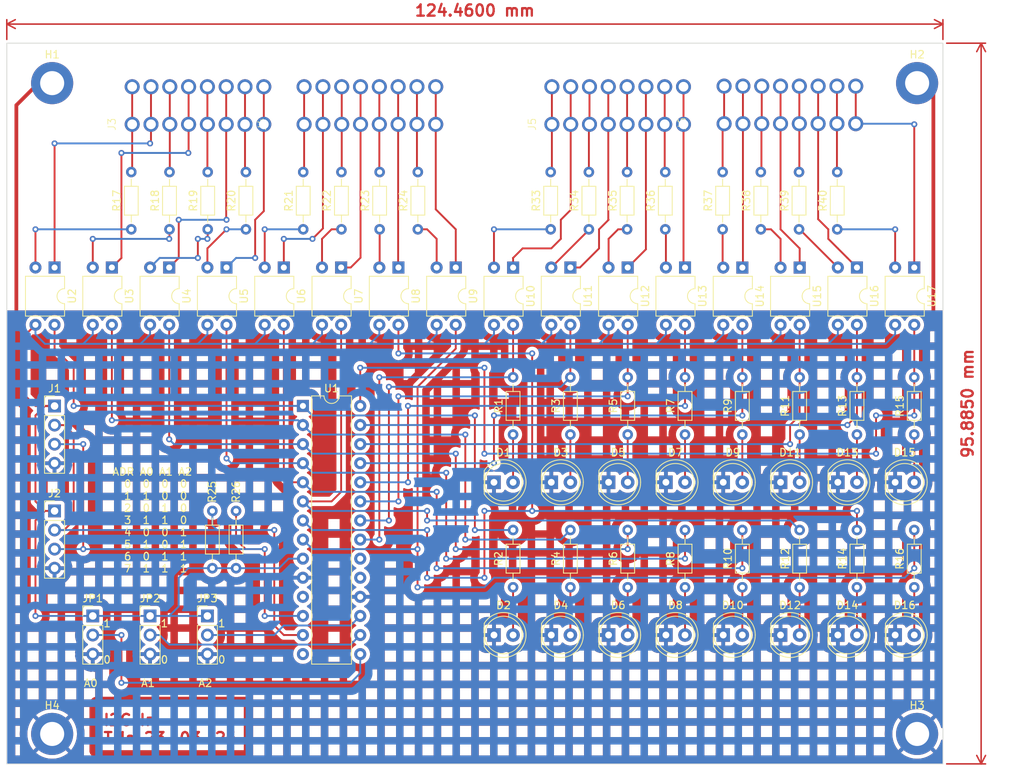
<source format=kicad_pcb>
(kicad_pcb (version 20221018) (generator pcbnew)
  (layers (0 "F.Cu" signal) (31 "B.Cu" signal) (34 "B.Paste" user) (35 "F.Paste" user) (36 "B.SilkS" user "B.Silkscreen") (37 "F.SilkS" user "F.Silkscreen") (38 "B.Mask" user) (39 "F.Mask" user) (44 "Edge.Cuts" user))
  (net 0 "")
  (net 1 "GND")
  (net 2 "Net-(D1-A)")
  (net 3 "Net-(D2-A)")
  (net 4 "Net-(D3-A)")
  (net 5 "Net-(D4-A)")
  (net 6 "Net-(D5-A)")
  (net 7 "Net-(D6-A)")
  (net 8 "Net-(D7-A)")
  (net 9 "Net-(D8-A)")
  (net 10 "Net-(D9-A)")
  (net 11 "Net-(D10-A)")
  (net 12 "Net-(D11-A)")
  (net 13 "Net-(D12-A)")
  (net 14 "Net-(D13-A)")
  (net 15 "Net-(D14-A)")
  (net 16 "Net-(D15-A)")
  (net 17 "Net-(D16-A)")
  (net 18 "+5V")
  (net 19 "Net-(J1-Pin_2)")
  (net 20 "Net-(J1-Pin_3)")
  (net 21 "Net-(J3-io-Pad1)")
  (net 22 "Net-(J3-io-Pad2)")
  (net 23 "Net-(J3-io-Pad3)")
  (net 24 "Net-(J3-io-Pad4)")
  (net 25 "Net-(J3-io-Pad5)")
  (net 26 "Net-(J3-io-Pad6)")
  (net 27 "Net-(J3-io-Pad7)")
  (net 28 "Net-(J3-io-Pad8)")
  (net 29 "Net-(J4-io-Pad1)")
  (net 30 "Net-(J4-io-Pad2)")
  (net 31 "Net-(J4-io-Pad3)")
  (net 32 "Net-(J4-io-Pad4)")
  (net 33 "Net-(J4-io-Pad5)")
  (net 34 "Net-(J4-io-Pad6)")
  (net 35 "Net-(J4-io-Pad7)")
  (net 36 "Net-(J4-io-Pad8)")
  (net 37 "Net-(J5-io-Pad1)")
  (net 38 "Net-(J5-io-Pad2)")
  (net 39 "Net-(J5-io-Pad3)")
  (net 40 "Net-(J5-io-Pad4)")
  (net 41 "Net-(J5-io-Pad5)")
  (net 42 "Net-(J5-io-Pad6)")
  (net 43 "Net-(J5-io-Pad7)")
  (net 44 "Net-(J5-io-Pad8)")
  (net 45 "Net-(J6-io-Pad1)")
  (net 46 "Net-(J6-io-Pad2)")
  (net 47 "Net-(J6-io-Pad3)")
  (net 48 "Net-(J6-io-Pad4)")
  (net 49 "Net-(J6-io-Pad5)")
  (net 50 "Net-(J6-io-Pad6)")
  (net 51 "Net-(J6-io-Pad7)")
  (net 52 "Net-(J6-io-Pad8)")
  (net 53 "/AD0")
  (net 54 "/AD1")
  (net 55 "/AD2")
  (net 56 "/b0")
  (net 57 "/b1")
  (net 58 "/b2")
  (net 59 "/b3")
  (net 60 "/b4")
  (net 61 "/b5")
  (net 62 "/b6")
  (net 63 "/b7")
  (net 64 "/a0")
  (net 65 "/a1")
  (net 66 "/a2")
  (net 67 "/a3")
  (net 68 "/a4")
  (net 69 "/a5")
  (net 70 "/a6")
  (net 71 "/a7")
  (net 72 "Net-(R34-Pad1)")
  (net 73 "Net-(R36-Pad1)")
  (net 74 "Net-(R38-Pad1)")
  (net 75 "Net-(R40-Pad1)")
  (net 76 "Net-(R17-Pad1)")
  (net 77 "Net-(R18-Pad1)")
  (net 78 "Net-(R19-Pad1)")
  (net 79 "Net-(R20-Pad1)")
  (net 80 "Net-(R21-Pad1)")
  (net 81 "Net-(R22-Pad1)")
  (net 82 "Net-(R23-Pad1)")
  (net 83 "Net-(R24-Pad1)")
  (net 84 "Net-(R33-Pad1)")
  (net 85 "Net-(R35-Pad1)")
  (net 86 "Net-(R37-Pad1)")
  (net 87 "Net-(R39-Pad1)")
  (footprint "Package_DIP:DIP-4_W7.62mm" (layer "F.Cu") (at 43.18 49.53 -90)
    (fp_text reference "U5")
    (fp_text value "LTV-817")
  )
  (footprint "Resistor_THT:R_Axial_DIN0204_L3.6mm_D1.6mm_P7.62mm_Horizontal" (layer "F.Cu") (at 91.36 44.45 90)
    (fp_text reference "R34")
    (fp_text value "1200R")
  )
  (footprint "Connector_PinHeader_2.54mm:PinHeader_1x04_P2.54mm_Vertical" (layer "F.Cu") (at 20.32 81.915)
    (fp_text reference "J2")
    (fp_text value "Conn_01x04_Pin")
  )
  (footprint "LED_THT:LED_D5.0mm" (layer "F.Cu") (at 93.98 98.425)
    (fp_text reference "D6")
    (fp_text value "LED")
  )
  (footprint "Resistor_THT:R_Axial_DIN0204_L3.6mm_D1.6mm_P7.62mm_Horizontal" (layer "F.Cu") (at 41.3 89.535 90)
    (fp_text reference "R25")
    (fp_text value "4k7")
  )
  (footprint "Resistor_THT:R_Axial_DIN0204_L3.6mm_D1.6mm_P7.62mm_Horizontal" (layer "F.Cu") (at 104.14 71.755 90)
    (fp_text reference "R7")
    (fp_text value "330R")
  )
  (footprint "Resistor_THT:R_Axial_DIN0204_L3.6mm_D1.6mm_P7.62mm_Horizontal" (layer "F.Cu") (at 109.14 44.45 90)
    (fp_text reference "R37")
    (fp_text value "1200R")
  )
  (footprint "Resistor_THT:R_Axial_DIN0204_L3.6mm_D1.6mm_P7.62mm_Horizontal" (layer "F.Cu") (at 96.52 92.075 90)
    (fp_text reference "R6")
    (fp_text value "330R")
  )
  (footprint "Package_DIP:DIP-4_W7.62mm" (layer "F.Cu") (at 119.385 49.54 -90)
    (fp_text reference "U15")
    (fp_text value "LTV-817")
  )
  (footprint "Resistor_THT:R_Axial_DIN0204_L3.6mm_D1.6mm_P7.62mm_Horizontal" (layer "F.Cu") (at 134.62 92.075 90)
    (fp_text reference "R16")
    (fp_text value "330R")
  )
  (footprint "Package_DIP:DIP-4_W7.62mm" (layer "F.Cu") (at 96.52 49.53 -90)
    (fp_text reference "U12")
    (fp_text value "LTV-817")
  )
  (footprint "Resistor_THT:R_Axial_DIN0204_L3.6mm_D1.6mm_P7.62mm_Horizontal" (layer "F.Cu") (at 45.76 44.45 90)
    (fp_text reference "R20")
    (fp_text value "1200R")
  )
  (footprint "Resistor_THT:R_Axial_DIN0204_L3.6mm_D1.6mm_P7.62mm_Horizontal" (layer "F.Cu") (at 101.52 44.45 90)
    (fp_text reference "R36")
    (fp_text value "1200R")
  )
  (footprint "Resistor_THT:R_Axial_DIN0204_L3.6mm_D1.6mm_P7.62mm_Horizontal" (layer "F.Cu") (at 68.62 44.45 90)
    (fp_text reference "R24")
    (fp_text value "1200R")
  )
  (footprint "Resistor_THT:R_Axial_DIN0204_L3.6mm_D1.6mm_P7.62mm_Horizontal" (layer "F.Cu") (at 111.76 71.755 90)
    (fp_text reference "R9")
    (fp_text value "330R")
  )
  (footprint "Package_DIP:DIP-28_W7.62mm" (layer "F.Cu") (at 53.34 67.945)
    (fp_text reference "U1")
    (fp_text value "MCP23017_SP")
  )
  (footprint "MountingHole:MountingHole_3.2mm_M3_DIN965_Pad_TopBottom" (layer "F.Cu") (at 135 25)
    (fp_text reference "H2")
    (fp_text value "MountingHole_Pad")
  )
  (footprint "Resistor_THT:R_Axial_DIN0204_L3.6mm_D1.6mm_P7.62mm_Horizontal" (layer "F.Cu") (at 119.3 44.45 90)
    (fp_text reference "R39")
    (fp_text value "1200R")
  )
  (footprint "Resistor_THT:R_Axial_DIN0204_L3.6mm_D1.6mm_P7.62mm_Horizontal" (layer "F.Cu") (at 88.9 92.075 90)
    (fp_text reference "R4")
    (fp_text value "330R")
  )
  (footprint "LED_THT:LED_D5.0mm" (layer "F.Cu") (at 109.22 98.425)
    (fp_text reference "D10")
    (fp_text value "LED")
  )
  (footprint "LED_THT:LED_D5.0mm" (layer "F.Cu") (at 101.6 98.425)
    (fp_text reference "D8")
    (fp_text value "LED")
  )
  (footprint "Package_DIP:DIP-4_W7.62mm" (layer "F.Cu") (at 81.285 49.54 -90)
    (fp_text reference "U10")
    (fp_text value "LTV-817")
  )
  (footprint "LED_THT:LED_D5.0mm" (layer "F.Cu") (at 86.36 78.105)
    (fp_text reference "D3")
    (fp_text value "LED")
  )
  (footprint "parts_tma_1:AST041-08" (layer "F.Cu") (at 86.44 30.48 90)
    (fp_text reference "J5")
    (fp_text value "~")
  )
  (footprint "Connector_PinHeader_2.54mm:PinHeader_1x03_P2.54mm_Vertical" (layer "F.Cu") (at 33.02 95.885)
    (fp_text reference "JP2")
    (fp_text value "Jumper_3_Open")
  )
  (footprint "Resistor_THT:R_Axial_DIN0204_L3.6mm_D1.6mm_P7.62mm_Horizontal" (layer "F.Cu") (at 111.76 92.075 90)
    (fp_text reference "R10")
    (fp_text value "330R")
  )
  (footprint "Resistor_THT:R_Axial_DIN0204_L3.6mm_D1.6mm_P7.62mm_Horizontal" (layer "F.Cu") (at 119.38 92.075 90)
    (fp_text reference "R12")
    (fp_text value "330R")
  )
  (footprint "Resistor_THT:R_Axial_DIN0204_L3.6mm_D1.6mm_P7.62mm_Horizontal" (layer "F.Cu") (at 30.52 44.45 90)
    (fp_text reference "R17")
    (fp_text value "1200R")
  )
  (footprint "Resistor_THT:R_Axial_DIN0204_L3.6mm_D1.6mm_P7.62mm_Horizontal" (layer "F.Cu") (at 88.9 71.755 90)
    (fp_text reference "R3")
    (fp_text value "330R")
  )
  (footprint "Resistor_THT:R_Axial_DIN0204_L3.6mm_D1.6mm_P7.62mm_Horizontal" (layer "F.Cu") (at 124.38 44.45 90)
    (fp_text reference "R40")
    (fp_text value "1200R")
  )
  (footprint "LED_THT:LED_D5.0mm" (layer "F.Cu") (at 101.6 78.105)
    (fp_text reference "D7")
    (fp_text value "LED")
  )
  (footprint "LED_THT:LED_D5.0mm" (layer "F.Cu") (at 116.84 78.105)
    (fp_text reference "D11")
    (fp_text value "LED")
  )
  (footprint "parts_tma_1:AST041-08" (layer "F.Cu") (at 30.64 30.48 90)
    (fp_text reference "J3")
    (fp_text value "~")
  )
  (footprint "Package_DIP:DIP-4_W7.62mm" (layer "F.Cu") (at 134.62 49.53 -90)
    (fp_text reference "U17")
    (fp_text value "LTV-817")
  )
  (footprint "Connector_PinHeader_2.54mm:PinHeader_1x04_P2.54mm_Vertical" (layer "F.Cu") (at 20.32 67.955)
    (fp_text reference "J1")
    (fp_text value "Conn_01x04_Pin")
  )
  (footprint "Resistor_THT:R_Axial_DIN0204_L3.6mm_D1.6mm_P7.62mm_Horizontal" (layer "F.Cu") (at 134.62 71.755 90)
    (fp_text reference "R15")
    (fp_text value "330R")
  )
  (footprint "Resistor_THT:R_Axial_DIN0204_L3.6mm_D1.6mm_P7.62mm_Horizontal" (layer "F.Cu") (at 53.38 44.45 90)
    (fp_text reference "R21")
    (fp_text value "1200R")
  )
  (footprint "Package_DIP:DIP-4_W7.62mm" (layer "F.Cu") (at 20.32 49.53 -90)
    (fp_text reference "U2")
    (fp_text value "LTV-817")
  )
  (footprint "LED_THT:LED_D5.0mm" (layer "F.Cu") (at 132.08 78.105)
    (fp_text reference "D15")
    (fp_text value "LED")
  )
  (footprint "LED_THT:LED_D5.0mm" (layer "F.Cu") (at 86.36 98.425)
    (fp_text reference "D4")
    (fp_text value "LED")
  )
  (footprint "Resistor_THT:R_Axial_DIN0204_L3.6mm_D1.6mm_P7.62mm_Horizontal" (layer "F.Cu") (at 86.28 44.45 90)
    (fp_text reference "R33")
    (fp_text value "1200R")
  )
  (footprint "Resistor_THT:R_Axial_DIN0204_L3.6mm_D1.6mm_P7.62mm_Horizontal" (layer "F.Cu") (at 40.68 44.45 90)
    (fp_text reference "R19")
    (fp_text value "1200R")
  )
  (footprint "Package_DIP:DIP-4_W7.62mm" (layer "F.Cu") (at 35.56 49.53 -90)
    (fp_text reference "U4")
    (fp_text value "LTV-817")
  )
  (footprint "Resistor_THT:R_Axial_DIN0204_L3.6mm_D1.6mm_P7.62mm_Horizontal" (layer "F.Cu") (at 96.44 44.45 90)
    (fp_text reference "R35")
    (fp_text value "1200R")
  )
  (footprint "LED_THT:LED_D5.0mm" (layer "F.Cu") (at 78.74 78.105)
    (fp_text reference "D1")
    (fp_text value "LED")
  )
  (footprint "LED_THT:LED_D5.0mm" (layer "F.Cu") (at 132.08 98.425)
    (fp_text reference "D16")
    (fp_text value "LED")
  )
  (footprint "Package_DIP:DIP-4_W7.62mm" (layer "F.Cu") (at 58.42 49.53 -90)
    (fp_text reference "U7")
    (fp_text value "LTV-817")
  )
  (footprint "Resistor_THT:R_Axial_DIN0204_L3.6mm_D1.6mm_P7.62mm_Horizontal" (layer "F.Cu") (at 96.52 71.755 90)
    (fp_text reference "R5")
    (fp_text value "330R")
  )
  (footprint "LED_THT:LED_D5.0mm" (layer "F.Cu") (at 124.46 98.425)
    (fp_text reference "D14")
    (fp_text value "LED")
  )
  (footprint "Resistor_THT:R_Axial_DIN0204_L3.6mm_D1.6mm_P7.62mm_Horizontal" (layer "F.Cu") (at 127 71.755 90)
    (fp_text reference "R13")
    (fp_text value "330R")
  )
  (footprint "Resistor_THT:R_Axial_DIN0204_L3.6mm_D1.6mm_P7.62mm_Horizontal" (layer "F.Cu") (at 114.22 44.45 90)
    (fp_text reference "R38")
    (fp_text value "1200R")
  )
  (footprint "LED_THT:LED_D5.0mm" (layer "F.Cu") (at 78.74 98.425)
    (fp_text reference "D2")
    (fp_text value "LED")
  )
  (footprint "parts_tma_1:AST041-08" (layer "F.Cu") (at 109.34 30.4 90)
    (fp_text reference "J6")
    (fp_text value "~")
  )
  (footprint "Resistor_THT:R_Axial_DIN0204_L3.6mm_D1.6mm_P7.62mm_Horizontal" (layer "F.Cu") (at 81.28 92.075 90)
    (fp_text reference "R2")
    (fp_text value "330R")
  )
  (footprint "Resistor_THT:R_Axial_DIN0204_L3.6mm_D1.6mm_P7.62mm_Horizontal" (layer "F.Cu") (at 35.6 44.45 90)
    (fp_text reference "R18")
    (fp_text value "1200R")
  )
  (footprint "Package_DIP:DIP-4_W7.62mm" (layer "F.Cu") (at 73.66 49.53 -90)
    (fp_text reference "U9")
    (fp_text value "LTV-817")
  )
  (footprint "MountingHole:MountingHole_3.2mm_M3_DIN965_Pad_TopBottom" (layer "F.Cu") (at 20 25)
    (fp_text reference "H1")
    (fp_text value "MountingHole_Pad")
  )
  (footprint "Resistor_THT:R_Axial_DIN0204_L3.6mm_D1.6mm_P7.62mm_Horizontal" (layer "F.Cu") (at 119.38 71.755 90)
    (fp_text reference "R11")
    (fp_text value "330R")
  )
  (footprint "Resistor_THT:R_Axial_DIN0204_L3.6mm_D1.6mm_P7.62mm_Horizontal" (layer "F.Cu") (at 127 92.075 90)
    (fp_text reference "R14")
    (fp_text value "330R")
  )
  (footprint "MountingHole:MountingHole_3.2mm_M3_DIN965_Pad_TopBottom" (layer "F.Cu") (at 20 111.585)
    (fp_text reference "H4")
    (fp_text value "MountingHole_Pad")
  )
  (footprint "parts_tma_1:AST041-08" (layer "F.Cu") (at 53.5 30.48 90)
    (fp_text reference "J4")
    (fp_text value "~")
  )
  (footprint "Package_DIP:DIP-4_W7.62mm" (layer "F.Cu") (at 127 49.53 -90)
    (fp_text reference "U16")
    (fp_text value "LTV-817")
  )
  (footprint "Package_DIP:DIP-4_W7.62mm" (layer "F.Cu") (at 27.94 49.53 -90)
    (fp_text reference "U3")
    (fp_text value "LTV-817")
  )
  (footprint "Resistor_THT:R_Axial_DIN0204_L3.6mm_D1.6mm_P7.62mm_Horizontal" (layer "F.Cu") (at 104.14 92.075 90)
    (fp_text reference "R8")
    (fp_text value "330R")
  )
  (footprint "MountingHole:MountingHole_3.2mm_M3_DIN965_Pad_TopBottom" (layer "F.Cu") (at 135 111.585)
    (fp_text reference "H3")
    (fp_text value "MountingHole_Pad")
  )
  (footprint "Resistor_THT:R_Axial_DIN0204_L3.6mm_D1.6mm_P7.62mm_Horizontal" (layer "F.Cu") (at 81.28 71.755 90)
    (fp_text reference "R1")
    (fp_text value "330R")
  )
  (footprint "Connector_PinHeader_2.54mm:PinHeader_1x03_P2.54mm_Vertical" (layer "F.Cu") (at 25.4 95.885)
    (fp_text reference "JP1")
    (fp_text value "Jumper_3_Open")
  )
  (footprint "Connector_PinHeader_2.54mm:PinHeader_1x03_P2.54mm_Vertical" (layer "F.Cu") (at 40.64 95.885)
    (fp_text reference "JP3")
    (fp_text value "Jumper_3_Open")
  )
  (footprint "Package_DIP:DIP-4_W7.62mm" (layer "F.Cu") (at 50.8 49.53 -90)
    (fp_text reference "U6")
    (fp_text value "LTV-817")
  )
  (footprint "Package_DIP:DIP-4_W7.62mm" (layer "F.Cu") (at 88.9 49.53 -90)
    (fp_text reference "U11")
    (fp_text value "LTV-817")
  )
  (footprint "Resistor_THT:R_Axial_DIN0204_L3.6mm_D1.6mm_P7.62mm_Horizontal" (layer "F.Cu") (at 44.45 89.535 90)
    (fp_text reference "R26")
    (fp_text value "4k7")
  )
  (footprint "Package_DIP:DIP-4_W7.62mm" (layer "F.Cu") (at 104.14 49.53 -90)
    (fp_text reference "U13")
    (fp_text value "LTV-817")
  )
  (footprint "LED_THT:LED_D5.0mm" (layer "F.Cu") (at 116.84 98.425)
    (fp_text reference "D12")
    (fp_text value "LED")
  )
  (footprint "Package_DIP:DIP-4_W7.62mm" (layer "F.Cu") (at 111.765 49.54 -90)
    (fp_text reference "U14")
    (fp_text value "LTV-817")
  )
  (footprint "LED_THT:LED_D5.0mm" (layer "F.Cu") (at 109.22 78.105)
    (fp_text reference "D9")
    (fp_text value "LED")
  )
  (footprint "Resistor_THT:R_Axial_DIN0204_L3.6mm_D1.6mm_P7.62mm_Horizontal" (layer "F.Cu") (at 58.46 44.45 90)
    (fp_text reference "R22")
    (fp_text value "1200R")
  )
  (footprint "Resistor_THT:R_Axial_DIN0204_L3.6mm_D1.6mm_P7.62mm_Horizontal" (layer "F.Cu") (at 63.54 44.45 90)
    (fp_text reference "R23")
    (fp_text value "1200R")
  )
  (footprint "LED_THT:LED_D5.0mm" (layer "F.Cu") (at 93.98 78.105)
    (fp_text reference "D5")
    (fp_text value "LED")
  )
  (footprint "LED_THT:LED_D5.0mm" (layer "F.Cu") (at 124.46 78.105)
    (fp_text reference "D13")
    (fp_text value "LED")
  )
  (footprint "Package_DIP:DIP-4_W7.62mm" (layer "F.Cu") (at 66.04 49.53 -90)
    (fp_text reference "U8")
    (fp_text value "LTV-817")
  )
  (gr_rect (start 13.97 19.685) (end 138.43 115.57) (stroke (width 0.1)) (fill none) (layer "Edge.Cuts"))
  (gr_text "I2C In\nTMa 23-03-26" (at 26.67 113.03) (layer "F.Cu") (effects (font (size 1.5 1.5) (thickness 0.3) bold) (justify left bottom)))
  (gr_text "A0" (at 24.13 105.41) (layer "F.SilkS") (effects (font (size 1 1)) (justify left bottom)))
  (gr_text "1\n\n\n0" (at 26.73 102.295) (layer "F.SilkS") (effects (font (size 1 1)) (justify left bottom)))
  (gr_text "1\n\n\n0" (at 34.35 102.295) (layer "F.SilkS") (effects (font (size 1 1)) (justify left bottom)))
  (gr_text "A1" (at 31.75 105.41) (layer "F.SilkS") (effects (font (size 1 1)) (justify left bottom)))
  (gr_text "1\n\n\n0" (at 41.97 102.295) (layer "F.SilkS") (effects (font (size 1 1)) (justify left bottom)))
  (gr_text "ADR A0 A1 A2\n  0  0  0  0\n  1  1  0  0\n  2  0  1  0\n  3  1  1  0\n  4  0  0  1\n  5  1  0  1\n  6  0  1  1\n  7  1  1  1" (at 27.94 90.17) (layer "F.SilkS") (effects (font (size 1 1)) (justify left bottom)))
  (gr_text "A2" (at 39.37 105.41) (layer "F.SilkS") (effects (font (size 1 1)) (justify left bottom)))
  (dimension (type orthogonal) (layer "F.Cu") (pts (xy 138.43 19.685) (xy 138.43 115.57)) (height 5.08) (orientation 1) (gr_text "95,8850 mm" (at 141.71 67.6275 90) (layer "F.Cu") (effects (font (size 1.5 1.5) (thickness 0.3)))) (format (prefix "") (suffix "") (units 3) (units_format 1) (precision 4)) (style (thickness 0.2) (arrow_length 1.27) (text_position_mode 0) (extension_height 0.58642) (extension_offset 0.5) keep_text_aligned))
  (dimension (type orthogonal) (layer "F.Cu") (pts (xy 13.97 19.685) (xy 138.43 19.685)) (height -2.54) (orientation 0) (gr_text "124,4600 mm" (at 76.2 15.345) (layer "F.Cu") (effects (font (size 1.5 1.5) (thickness 0.3)))) (format (prefix "") (suffix "") (units 3) (units_format 1) (precision 4)) (style (thickness 0.2) (arrow_length 1.27) (text_position_mode 0) (extension_height 0.58642) (extension_offset 0.5) keep_text_aligned))
  (segment (start 20 25) (end 18.18 25) (width 0.5) (layer "F.Cu") (net 1))
  (segment (start 137.16 25.4) (end 137.16 55.88) (width 0.5) (layer "F.Cu") (net 1))
  (segment (start 15.24 27.94) (end 15.24 55.88) (width 0.5) (layer "F.Cu") (net 1))
  (segment (start 135 25) (end 136.76 25) (width 0.5) (layer "F.Cu") (net 1))
  (segment (start 18.18 25) (end 15.24 27.94) (width 0.5) (layer "F.Cu") (net 1))
  (segment (start 136.76 25) (end 137.16 25.4) (width 0.5) (layer "F.Cu") (net 1))
  (segment (start 81.28 71.755) (end 81.28 78.105) (width 0.25) (layer "F.Cu") (net 2))
  (segment (start 81.28 92.075) (end 81.28 98.425) (width 0.25) (layer "F.Cu") (net 3))
  (segment (start 88.9 71.755) (end 88.9 78.105) (width 0.25) (layer "F.Cu") (net 4))
  (segment (start 88.9 92.075) (end 88.9 98.425) (width 0.25) (layer "F.Cu") (net 5))
  (segment (start 96.52 71.755) (end 96.52 78.105) (width 0.25) (layer "F.Cu") (net 6))
  (segment (start 96.52 92.075) (end 96.52 98.425) (width 0.25) (layer "F.Cu") (net 7))
  (segment (start 104.14 71.755) (end 104.14 78.105) (width 0.25) (layer "F.Cu") (net 8))
  (segment (start 104.14 92.075) (end 104.14 98.425) (width 0.25) (layer "F.Cu") (net 9))
  (segment (start 111.76 71.755) (end 111.76 78.105) (width 0.25) (layer "F.Cu") (net 10))
  (segment (start 111.76 92.075) (end 111.76 98.425) (width 0.25) (layer "F.Cu") (net 11))
  (segment (start 119.38 71.755) (end 119.38 78.105) (width 0.25) (layer "F.Cu") (net 12))
  (segment (start 119.38 92.075) (end 119.38 98.425) (width 0.25) (layer "F.Cu") (net 13))
  (segment (start 127 71.755) (end 127 78.105) (width 0.25) (layer "F.Cu") (net 14))
  (segment (start 127 92.075) (end 127 98.425) (width 0.25) (layer "F.Cu") (net 15))
  (segment (start 134.62 71.755) (end 134.62 78.105) (width 0.25) (layer "F.Cu") (net 16))
  (segment (start 134.62 92.075) (end 134.62 98.425) (width 0.25) (layer "F.Cu") (net 17))
  (segment (start 17.78 57.15) (end 16.51 58.42) (width 0.25) (layer "F.Cu") (net 18))
  (segment (start 16.51 66.675) (end 16.51 58.42) (width 0.25) (layer "F.Cu") (net 18))
  (segment (start 16.51 66.675) (end 17.79 67.955) (width 0.25) (layer "F.Cu") (net 18))
  (segment (start 17.78 94.615) (end 17.78 95.885) (width 0.25) (layer "F.Cu") (net 18))
  (segment (start 17.78 83.185) (end 17.78 94.615) (width 0.25) (layer "F.Cu") (net 18))
  (segment (start 20.32 67.955) (end 19.04 67.955) (width 0.25) (layer "F.Cu") (net 18))
  (segment (start 19.05 81.915) (end 20.32 81.915) (width 0.25) (layer "F.Cu") (net 18))
  (segment (start 17.79 67.955) (end 20.32 67.955) (width 0.25) (layer "F.Cu") (net 18))
  (segment (start 17.78 69.215) (end 17.78 80.645) (width 0.25) (layer "F.Cu") (net 18))
  (segment (start 19.04 67.955) (end 17.78 69.215) (width 0.25) (layer "F.Cu") (net 18))
  (segment (start 19.05 81.915) (end 17.78 83.185) (width 0.25) (layer "F.Cu") (net 18))
  (segment (start 17.78 80.645) (end 19.05 81.915) (width 0.25) (layer "F.Cu") (net 18))
  (via (at 17.78 95.885) (size 0.8) (drill 0.4) (layers "F.Cu" "B.Cu") (net 18))
  (segment (start 44.45 89.535) (end 41.3 89.535) (width 0.25) (layer "B.Cu") (net 18))
  (segment (start 115.57 59.69) (end 85.09 59.69) (width 0.25) (layer "B.Cu") (net 18))
  (segment (start 109.225 57.16) (end 109.225 58.415) (width 0.25) (layer "B.Cu") (net 18))
  (segment (start 116.845 57.16) (end 116.845 58.415) (width 0.25) (layer "B.Cu") (net 18))
  (segment (start 36.83 94.615) (end 35.56 95.885) (width 0.25) (layer "B.Cu") (net 18))
  (segment (start 85.09 59.69) (end 69.85 59.69) (width 0.25) (layer "B.Cu") (net 18))
  (segment (start 116.845 58.415) (end 115.57 59.69) (width 0.25) (layer "B.Cu") (net 18))
  (segment (start 86.36 58.42) (end 85.09 59.69) (width 0.25) (layer "B.Cu") (net 18))
  (segment (start 55.88 57.15) (end 55.88 58.42) (width 0.25) (layer "B.Cu") (net 18))
  (segment (start 55.88 58.42) (end 54.61 59.69) (width 0.25) (layer "B.Cu") (net 18))
  (segment (start 69.85 59.69) (end 39.37 59.69) (width 0.25) (layer "B.Cu") (net 18))
  (segment (start 86.36 57.15) (end 86.36 58.42) (width 0.25) (layer "B.Cu") (net 18))
  (segment (start 38.1 89.535) (end 36.83 90.805) (width 0.25) (layer "B.Cu") (net 18))
  (segment (start 17.78 57.15) (end 17.78 58.42) (width 0.25) (layer "B.Cu") (net 18))
  (segment (start 78.745 57.16) (end 78.745 58.415) (width 0.25) (layer "B.Cu") (net 18))
  (segment (start 33.02 57.15) (end 33.02 58.42) (width 0.25) (layer "B.Cu") (net 18))
  (segment (start 50.165 89.535) (end 51.435 88.265) (width 0.25) (layer "B.Cu") (net 18))
  (segment (start 124.46 57.15) (end 124.46 58.42) (width 0.25) (layer "B.Cu") (net 18))
  (segment (start 48.26 57.15) (end 48.26 58.42) (width 0.25) (layer "B.Cu") (net 18))
  (segment (start 33.02 95.885) (end 35.56 95.885) (width 0.25) (layer "B.Cu") (net 18))
  (segment (start 41.3 89.535) (end 38.1 89.535) (width 0.25) (layer "B.Cu") (net 18))
  (segment (start 93.98 57.15) (end 93.98 58.42) (width 0.25) (layer "B.Cu") (net 18))
  (segment (start 40.64 57.15) (end 40.64 58.42) (width 0.25) (layer "B.Cu") (net 18))
  (segment (start 33.02 58.42) (end 31.75 59.69) (width 0.25) (layer "B.Cu") (net 18))
  (segment (start 38.1 95.885) (end 40.64 95.885) (width 0.25) (layer "B.Cu") (net 18))
  (segment (start 19.05 59.69) (end 39.37 59.69) (width 0.25) (layer "B.Cu") (net 18))
  (segment (start 130.81 59.69) (end 115.57 59.69) (width 0.25) (layer "B.Cu") (net 18))
  (segment (start 35.56 95.885) (end 38.1 95.885) (width 0.25) (layer "B.Cu") (net 18))
  (segment (start 40.64 58.42) (end 39.37 59.69) (width 0.25) (layer "B.Cu") (net 18))
  (segment (start 17.78 58.42) (end 19.05 59.69) (width 0.25) (layer "B.Cu") (net 18))
  (segment (start 44.45 89.535) (end 50.165 89.535) (width 0.25) (layer "B.Cu") (net 18))
  (segment (start 71.12 57.15) (end 71.12 58.42) (width 0.25) (layer "B.Cu") (net 18))
  (segment (start 93.98 58.42) (end 92.71 59.69) (width 0.25) (layer "B.Cu") (net 18))
  (segment (start 51.435 88.265) (end 53.34 88.265) (width 0.25) (layer "B.Cu") (net 18))
  (segment (start 17.78 95.885) (end 25.4 95.885) (width 0.25) (layer "B.Cu") (net 18))
  (segment (start 25.4 58.42) (end 24.13 59.69) (width 0.25) (layer "B.Cu") (net 18))
  (segment (start 101.6 57.15) (end 101.6 58.42) (width 0.25) (layer "B.Cu") (net 18))
  (segment (start 101.6 58.42) (end 100.33 59.69) (width 0.25) (layer "B.Cu") (net 18))
  (segment (start 78.745 58.415) (end 77.47 59.69) (width 0.25) (layer "B.Cu") (net 18))
  (segment (start 63.5 57.15) (end 63.5 58.42) (width 0.25) (layer "B.Cu") (net 18))
  (segment (start 132.08 58.42) (end 130.81 59.69) (width 0.25) (layer "B.Cu") (net 18))
  (segment (start 71.12 58.42) (end 69.85 59.69) (width 0.25) (layer "B.Cu") (net 18))
  (segment (start 25.4 95.885) (end 33.02 95.885) (width 0.25) (layer "B.Cu") (net 18))
  (segment (start 63.5 58.42) (end 62.23 59.69) (width 0.25) (layer "B.Cu") (net 18))
  (segment (start 132.08 57.15) (end 132.08 58.42) (width 0.25) (layer "B.Cu") (net 18))
  (segment (start 25.4 57.15) (end 25.4 58.42) (width 0.25) (layer "B.Cu") (net 18))
  (segment (start 109.225 58.415) (end 107.95 59.69) (width 0.25) (layer "B.Cu") (net 18))
  (segment (start 48.26 58.42) (end 46.99 59.69) (width 0.25) (layer "B.Cu") (net 18))
  (segment (start 124.46 58.42) (end 123.19 59.69) (width 0.25) (layer "B.Cu") (net 18))
  (segment (start 36.83 90.805) (end 36.83 94.615) (width 0.25) (layer "B.Cu") (net 18))
  (segment (start 21.59 84.455) (end 20.32 84.455) (width 0.25) (layer "F.Cu") (net 19))
  (segment (start 50.8 98.425) (end 53.34 98.425) (width 0.25) (layer "F.Cu") (net 19))
  (segment (start 21.6 70.495) (end 22.86 71.755) (width 0.25) (layer "F.Cu") (net 19))
  (segment (start 22.86 71.755) (end 22.86 83.185) (width 0.25) (layer "F.Cu") (net 19))
  (segment (start 49.53 84.455) (end 49.53 97.155) (width 0.25) (layer "F.Cu") (net 19))
  (segment (start 22.86 83.185) (end 21.59 84.455) (width 0.25) (layer "F.Cu") (net 19))
  (segment (start 49.53 97.155) (end 50.8 98.425) (width 0.25) (layer "F.Cu") (net 19))
  (segment (start 20.32 70.495) (end 21.6 70.495) (width 0.25) (layer "F.Cu") (net 19))
  (via (at 49.53 84.455) (size 0.8) (drill 0.4) (layers "F.Cu" "B.Cu") (net 19))
  (segment (start 41.3 81.915) (end 41.3 83.845) (width 0.25) (layer "B.Cu") (net 19))
  (segment (start 41.91 84.455) (end 49.53 84.455) (width 0.25) (layer "B.Cu") (net 19))
  (segment (start 20.32 84.455) (end 41.91 84.455) (width 0.25) (layer "B.Cu") (net 19))
  (segment (start 41.3 83.845) (end 41.91 84.455) (width 0.25) (layer "B.Cu") (net 19))
  (segment (start 48.26 86.995) (end 48.26 95.885) (width 0.25) (layer "F.Cu") (net 20))
  (segment (start 24.13 73.025) (end 24.13 86.995) (width 0.25) (layer "F.Cu") (net 20))
  (segment (start 44.45 81.915) (end 44.45 85.725) (width 0.25) (layer "F.Cu") (net 20))
  (segment (start 44.45 85.725) (end 45.72 86.995) (width 0.25) (layer "F.Cu") (net 20))
  (segment (start 45.72 86.995) (end 48.26 86.995) (width 0.25) (layer "F.Cu") (net 20))
  (via (at 48.26 95.885) (size 0.8) (drill 0.4) (layers "F.Cu" "B.Cu") (net 20))
  (via (at 24.13 73.025) (size 0.8) (drill 0.4) (layers "F.Cu" "B.Cu") (net 20))
  (via (at 24.13 86.995) (size 0.8) (drill 0.4) (layers "F.Cu" "B.Cu") (net 20))
  (via (at 48.26 86.995) (size 0.8) (drill 0.4) (layers "F.Cu" "B.Cu") (net 20))
  (segment (start 20.32 73.035) (end 24.12 73.035) (width 0.25) (layer "B.Cu") (net 20))
  (segment (start 24.13 86.995) (end 48.26 86.995) (width 0.25) (layer "B.Cu") (net 20))
  (segment (start 20.32 86.995) (end 24.13 86.995) (width 0.25) (layer "B.Cu") (net 20))
  (segment (start 24.12 73.035) (end 24.13 73.025) (width 0.25) (layer "B.Cu") (net 20))
  (segment (start 48.26 95.885) (end 53.34 95.885) (width 0.25) (layer "B.Cu") (net 20))
  (segment (start 30.64 36.71) (end 30.52 36.83) (width 0.25) (layer "F.Cu") (net 21))
  (segment (start 30.64 25.48) (end 30.64 30.48) (width 0.25) (layer "F.Cu") (net 21))
  (segment (start 30.64 30.48) (end 30.64 36.71) (width 0.25) (layer "F.Cu") (net 21))
  (segment (start 20.32 33.02) (end 20.32 49.53) (width 0.25) (layer "F.Cu") (net 22))
  (segment (start 33.14 30.48) (end 33.14 32.9) (width 0.25) (layer "F.Cu") (net 22))
  (segment (start 33.14 32.9) (end 33.02 33.02) (width 0.25) (layer "F.Cu") (net 22))
  (segment (start 33.14 25.48) (end 33.14 30.48) (width 0.25) (layer "F.Cu") (net 22))
  (via (at 33.02 33.02) (size 0.8) (drill 0.4) (layers "F.Cu" "B.Cu") (net 22))
  (via (at 20.32 33.02) (size 0.8) (drill 0.4) (layers "F.Cu" "B.Cu") (net 22))
  (segment (start 33.02 33.02) (end 20.32 33.02) (width 0.25) (layer "B.Cu") (net 22))
  (segment (start 35.64 30.48) (end 35.64 36.79) (width 0.25) (layer "F.Cu") (net 23))
  (segment (start 35.64 36.79) (end 35.6 36.83) (width 0.25) (layer "F.Cu") (net 23))
  (segment (start 35.64 25.48) (end 35.64 30.48) (width 0.25) (layer "F.Cu") (net 23))
  (segment (start 38.14 30.48) (end 38.14 34.25) (width 0.25) (layer "F.Cu") (net 24))
  (segment (start 38.14 34.25) (end 38.1 34.29) (width 0.25) (layer "F.Cu") (net 24))
  (segment (start 29.21 34.29) (end 29.21 48.26) (width 0.25) (layer "F.Cu") (net 24))
  (segment (start 29.21 48.26) (end 27.94 49.53) (width 0.25) (layer "F.Cu") (net 24))
  (segment (start 38.14 25.48) (end 38.14 30.48) (width 0.25) (layer "F.Cu") (net 24))
  (via (at 38.1 34.29) (size 0.8) (drill 0.4) (layers "F.Cu" "B.Cu") (net 24))
  (via (at 29.21 34.29) (size 0.8) (drill 0.4) (layers "F.Cu" "B.Cu") (net 24))
  (segment (start 38.1 34.29) (end 29.21 34.29) (width 0.25) (layer "B.Cu") (net 24))
  (segment (start 40.64 30.48) (end 40.64 36.79) (width 0.25) (layer "F.Cu") (net 25))
  (segment (start 40.64 25.48) (end 40.64 30.48) (width 0.25) (layer "F.Cu") (net 25))
  (segment (start 40.64 36.79) (end 40.68 36.83) (width 0.25) (layer "F.Cu") (net 25))
  (segment (start 43.14 25.48) (end 43.14 30.48) (width 0.25) (layer "F.Cu") (net 26))
  (segment (start 43.14 30.48) (end 43.14 43.14) (width 0.25) (layer "F.Cu") (net 26))
  (segment (start 36.83 43.18) (end 36.83 48.26) (width 0.25) (layer "F.Cu") (net 26))
  (segment (start 36.83 48.26) (end 35.56 49.53) (width 0.25) (layer "F.Cu") (net 26))
  (segment (start 43.14 43.14) (end 43.18 43.18) (width 0.25) (layer "F.Cu") (net 26))
  (via (at 43.18 43.18) (size 0.8) (drill 0.4) (layers "F.Cu" "B.Cu") (net 26))
  (via (at 36.83 43.18) (size 0.8) (drill 0.4) (layers "F.Cu" "B.Cu") (net 26))
  (segment (start 43.18 43.18) (end 36.83 43.18) (width 0.25) (layer "B.Cu") (net 26))
  (segment (start 45.64 25.48) (end 45.64 30.48) (width 0.25) (layer "F.Cu") (net 27))
  (segment (start 45.64 30.48) (end 45.64 36.71) (width 0.25) (layer "F.Cu") (net 27))
  (segment (start 45.64 36.71) (end 45.76 36.83) (width 0.25) (layer "F.Cu") (net 27))
  (segment (start 48.14 30.48) (end 48.14 42.03) (width 0.25) (layer "F.Cu") (net 28))
  (segment (start 48.14 25.48) (end 48.14 30.48) (width 0.25) (layer "F.Cu") (net 28))
  (segment (start 46.99 43.18) (end 46.99 48.26) (width 0.25) (layer "F.Cu") (net 28))
  (segment (start 48.14 42.03) (end 46.99 43.18) (width 0.25) (layer "F.Cu") (net 28))
  (via (at 46.99 48.26) (size 0.8) (drill 0.4) (layers "F.Cu" "B.Cu") (net 28))
  (segment (start 44.45 48.26) (end 43.18 49.53) (width 0.25) (layer "B.Cu") (net 28))
  (segment (start 46.99 48.26) (end 44.45 48.26) (width 0.25) (layer "B.Cu") (net 28))
  (segment (start 53.5 25.48) (end 53.5 30.48) (width 0.25) (layer "F.Cu") (net 29))
  (segment (start 53.5 30.48) (end 53.5 36.71) (width 0.25) (layer "F.Cu") (net 29))
  (segment (start 53.5 36.71) (end 53.38 36.83) (width 0.25) (layer "F.Cu") (net 29))
  (segment (start 56 30.48) (end 56 25.48) (width 0.25) (layer "F.Cu") (net 30))
  (segment (start 56 44.33) (end 54.61 45.72) (width 0.25) (layer "F.Cu") (net 30))
  (segment (start 56 30.48) (end 56 44.33) (width 0.25) (layer "F.Cu") (net 30))
  (segment (start 50.8 45.72) (end 50.8 49.53) (width 0.25) (layer "F.Cu") (net 30))
  (via (at 50.8 45.72) (size 0.8) (drill 0.4) (layers "F.Cu" "B.Cu") (net 30))
  (via (at 54.61 45.72) (size 0.8) (drill 0.4) (layers "F.Cu" "B.Cu") (net 30))
  (segment (start 54.61 45.72) (end 50.8 45.72) (width 0.25) (layer "B.Cu") (net 30))
  (segment (start 58.5 36.79) (end 58.46 36.83) (width 0.25) (layer "F.Cu") (net 31))
  (segment (start 58.5 30.48) (end 58.5 36.79) (width 0.25) (layer "F.Cu") (net 31))
  (segment (start 58.5 25.48) (end 58.5 30.48) (width 0.25) (layer "F.Cu") (net 31))
  (segment (start 61 25.48) (end 61 30.48) (width 0.25) (layer "F.Cu") (net 32))
  (segment (start 61 30.48) (end 61 48.22) (width 0.25) (layer "F.Cu") (net 32))
  (segment (start 61 48.22) (end 59.69 49.53) (width 0.25) (layer "F.Cu") (net 32))
  (segment (start 59.69 49.53) (end 58.42 49.53) (width 0.25) (layer "F.Cu") (net 32))
  (segment (start 63.5 25.48) (end 63.5 30.48) (width 0.25) (layer "F.Cu") (net 33))
  (segment (start 63.5 36.79) (end 63.54 36.83) (width 0.25) (layer "F.Cu") (net 33))
  (segment (start 63.5 30.48) (end 63.5 36.79) (width 0.25) (layer "F.Cu") (net 33))
  (segment (start 66 25.48) (end 66 30.48) (width 0.25) (layer "F.Cu") (net 34))
  (segment (start 66 30.48) (end 66 49.49) (width 0.25) (layer "F.Cu") (net 34))
  (segment (start 66 49.49) (end 66.04 49.53) (width 0.25) (layer "F.Cu") (net 34))
  (segment (start 68.5 25.48) (end 68.5 30.48) (width 0.25) (layer "F.Cu") (net 35))
  (segment (start 68.5 36.71) (end 68.62 36.83) (width 0.25) (layer "F.Cu") (net 35))
  (segment (start 68.5 30.48) (end 68.5 36.71) (width 0.25) (layer "F.Cu") (net 35))
  (segment (start 71 25.48) (end 71 30.48) (width 0.25) (layer "F.Cu") (net 36))
  (segment (start 71 41.79) (end 73.66 44.45) (width 0.25) (layer "F.Cu") (net 36))
  (segment (start 71 30.48) (end 71 41.79) (width 0.25) (layer "F.Cu") (net 36))
  (segment (start 73.66 44.45) (end 73.66 49.53) (width 0.25) (layer "F.Cu") (net 36))
  (segment (start 86.44 36.67) (end 86.28 36.83) (width 0.25) (layer "F.Cu") (net 37))
  (segment (start 86.44 25.48) (end 86.44 30.48) (width 0.25) (layer "F.Cu") (net 37))
  (segment (start 86.44 30.48) (end 86.44 36.67) (width 0.25) (layer "F.Cu") (net 37))
  (segment (start 82.55 46.99) (end 81.28 48.26) (width 0.25) (layer "F.Cu") (net 38))
  (segment (start 87.63 43.18) (end 87.63 45.72) (width 0.25) (layer "F.Cu") (net 38))
  (segment (start 81.28 48.26) (end 81.285 48.265) (width 0.25) (layer "F.Cu") (net 38))
  (segment (start 88.94 41.87) (end 87.63 43.18) (width 0.25) (layer "F.Cu") (net 38))
  (segment (start 88.94 30.48) (end 88.94 41.87) (width 0.25) (layer "F.Cu") (net 38))
  (segment (start 86.36 46.99) (end 82.55 46.99) (width 0.25) (layer "F.Cu") (net 38))
  (segment (start 81.285 48.265) (end 81.285 49.54) (width 0.25) (layer "F.Cu") (net 38))
  (segment (start 88.94 25.48) (end 88.94 30.48) (width 0.25) (layer "F.Cu") (net 38))
  (segment (start 87.63 45.72) (end 86.36 46.99) (width 0.25) (layer "F.Cu") (net 38))
  (segment (start 91.36 30.56) (end 91.44 30.48) (width 0.25) (layer "F.Cu") (net 39))
  (segment (start 91.36 36.83) (end 91.36 30.56) (width 0.25) (layer "F.Cu") (net 39))
  (segment (start 91.44 25.48) (end 91.44 30.48) (width 0.25) (layer "F.Cu") (net 39))
  (segment (start 93.94 43.14) (end 93.98 43.18) (width 0.25) (layer "F.Cu") (net 40))
  (segment (start 93.98 43.18) (end 92.71 44.45) (width 0.25) (layer "F.Cu") (net 40))
  (segment (start 93.94 30.48) (end 93.94 43.14) (width 0.25) (layer "F.Cu") (net 40))
  (segment (start 92.71 46.99) (end 90.17 49.53) (width 0.25) (layer "F.Cu") (net 40))
  (segment (start 93.94 25.48) (end 93.94 30.48) (width 0.25) (layer "F.Cu") (net 40))
  (segment (start 90.17 49.53) (end 88.9 49.53) (width 0.25) (layer "F.Cu") (net 40))
  (segment (start 92.71 44.45) (end 92.71 46.99) (width 0.25) (layer "F.Cu") (net 40))
  (segment (start 96.44 36.83) (end 96.44 30.48) (width 0.25) (layer "F.Cu") (net 41))
  (segment (start 96.44 25.48) (end 96.44 30.48) (width 0.25) (layer "F.Cu") (net 41))
  (segment (start 98.94 47.11) (end 96.52 49.53) (width 0.25) (layer "F.Cu") (net 42))
  (segment (start 98.94 25.48) (end 98.94 30.48) (width 0.25) (layer "F.Cu") (net 42))
  (segment (start 98.94 30.48) (end 98.94 47.11) (width 0.25) (layer "F.Cu") (net 42))
  (segment (start 101.44 36.75) (end 101.52 36.83) (width 0.25) (layer "F.Cu") (net 43))
  (segment (start 101.44 30.48) (end 101.44 36.75) (width 0.25) (layer "F.Cu") (net 43))
  (segment (start 101.44 25.48) (end 101.44 30.48) (width 0.25) (layer "F.Cu") (net 43))
  (segment (start 103.94 49.33) (end 104.14 49.53) (width 0.25) (layer "F.Cu") (net 44))
  (segment (start 103.94 25.48) (end 103.94 30.48) (width 0.25) (layer "F.Cu") (net 44))
  (segment (start 103.94 30.48) (end 103.94 49.33) (width 0.25) (layer "F.Cu") (net 44))
  (segment (start 109.14 30.6) (end 109.34 30.4) (width 0.25) (layer "F.Cu") (net 45))
  (segment (start 109.14 36.83) (end 109.14 30.6) (width 0.25) (layer "F.Cu") (net 45))
  (segment (start 109.34 30.4) (end 109.34 25.4) (width 0.25) (layer "F.Cu") (net 45))
  (segment (start 111.84 25.4) (end 111.84 30.4) (width 0.25) (layer "F.Cu") (net 46))
  (segment (start 111.84 30.4) (end 111.84 49.465) (width 0.25) (layer "F.Cu") (net 46))
  (segment (start 111.84 49.465) (end 111.765 49.54) (width 0.25) (layer "F.Cu") (net 46))
  (segment (start 114.34 25.4) (end 114.34 30.4) (width 0.25) (layer "F.Cu") (net 47))
  (segment (start 114.3 30.44) (end 114.34 30.4) (width 0.25) (layer "F.Cu") (net 47))
  (segment (start 114.3 36.83) (end 114.3 30.44) (width 0.25) (layer "F.Cu") (net 47))
  (segment (start 114.22 36.83) (end 114.3 36.83) (width 0.25) (layer "F.Cu") (net 47))
  (segment (start 116.84 44.45) (end 119.385 46.995) (width 0.25) (layer "F.Cu") (net 48))
  (segment (start 116.84 25.4) (end 116.84 30.4) (width 0.25) (layer "F.Cu") (net 48))
  (segment (start 119.385 46.995) (end 119.385 49.54) (width 0.25) (layer "F.Cu") (net 48))
  (segment (start 116.84 30.4) (end 116.84 44.45) (width 0.25) (layer "F.Cu") (net 48))
  (segment (start 119.34 30.4) (end 119.34 36.79) (width 0.25) (layer "F.Cu") (net 49))
  (segment (start 119.34 25.4) (end 119.34 30.4) (width 0.25) (layer "F.Cu") (net 49))
  (segment (start 119.34 36.79) (end 119.3 36.83) (width 0.25) (layer "F.Cu") (net 49))
  (segment (start 121.84 30.4) (end 121.84 43.1) (width 0.25) (layer "F.Cu") (net 50))
  (segment (start 123.19 45.72) (end 124.46 46.99) (width 0.25) (layer "F.Cu") (net 50))
  (segment (start 121.84 25.4) (end 121.84 30.4) (width 0.25) (layer "F.Cu") (net 50))
  (segment (start 121.84 43.1) (end 123.19 44.45) (width 0.25) (layer "F.Cu") (net 50))
  (segment (start 127 49.53) (end 125.73 48.26) (width 0.25) (layer "F.Cu") (net 50))
  (segment (start 123.19 44.45) (end 123.19 45.72) (width 0.25) (layer "F.Cu") (net 50))
  (segment (start 124.46 46.99) (end 125.73 48.26) (width 0.25) (layer "F.Cu") (net 50))
  (segment (start 124.34 30.4) (end 124.34 36.79) (width 0.25) (layer "F.Cu") (net 51))
  (segment (start 124.34 36.79) (end 124.38 36.83) (width 0.25) (layer "F.Cu") (net 51))
  (segment (start 124.34 25.4) (end 124.34 30.4) (width 0.25) (layer "F.Cu") (net 51))
  (segment (start 134.62 30.48) (end 134.62 49.53) (width 0.25) (layer "F.Cu") (net 52))
  (segment (start 126.84 25.4) (end 126.84 30.4) (width 0.25) (layer "F.Cu") (net 52))
  (via (at 134.62 30.48) (size 0.8) (drill 0.4) (layers "F.Cu" "B.Cu") (net 52))
  (segment (start 126.84 30.4) (end 134.54 30.4) (width 0.25) (layer "B.Cu") (net 52))
  (segment (start 134.54 30.4) (end 134.62 30.48) (width 0.25) (layer "B.Cu") (net 52))
  (segment (start 29.21 98.425) (end 29.21 104.775) (width 0.25) (layer "F.Cu") (net 53))
  (via (at 29.21 98.425) (size 0.8) (drill 0.4) (layers "F.Cu" "B.Cu") (net 53))
  (via (at 29.21 104.775) (size 0.8) (drill 0.4) (layers "F.Cu" "B.Cu") (net 53))
  (segment (start 25.4 98.425) (end 29.21 98.425) (width 0.25) (layer "B.Cu") (net 53))
  (segment (start 60.96 103.505) (end 60.96 100.965) (width 0.25) (layer "B.Cu") (net 53))
  (segment (start 59.69 104.775) (end 60.96 103.505) (width 0.25) (layer "B.Cu") (net 53))
  (segment (start 29.21 104.775) (end 59.69 104.775) (width 0.25) (layer "B.Cu") (net 53))
  (segment (start 35.56 99.695) (end 59.69 99.695) (width 0.25) (layer "B.Cu") (net 54))
  (segment (start 34.29 98.425) (end 35.56 99.695) (width 0.25) (layer "B.Cu") (net 54))
  (segment (start 59.69 99.695) (end 60.96 98.425) (width 0.25) (layer "B.Cu") (net 54))
  (segment (start 33.02 98.425) (end 34.29 98.425) (width 0.25) (layer "B.Cu") (net 54))
  (segment (start 50.8 97.155) (end 59.69 97.155) (width 0.25) (layer "B.Cu") (net 55))
  (segment (start 49.53 98.425) (end 50.8 97.155) (width 0.25) (layer "B.Cu") (net 55))
  (segment (start 59.69 97.155) (end 60.96 95.885) (width 0.25) (layer "B.Cu") (net 55))
  (segment (start 40.64 98.425) (end 49.53 98.425) (width 0.25) (layer "B.Cu") (net 55))
  (segment (start 22.86 67.945) (end 22.86 62.865) (width 0.25) (layer "F.Cu") (net 56))
  (segment (start 76.2 84.455) (end 76.2 69.215) (width 0.25) (layer "F.Cu") (net 56))
  (segment (start 20.32 57.15) (end 20.32 60.325) (width 0.25) (layer "F.Cu") (net 56))
  (segment (start 20.32 60.325) (end 22.86 62.865) (width 0.25) (layer "F.Cu") (net 56))
  (via (at 76.2 69.215) (size 0.8) (drill 0.4) (layers "F.Cu" "B.Cu") (net 56))
  (via (at 76.2 84.455) (size 0.8) (drill 0.4) (layers "F.Cu" "B.Cu") (net 56))
  (via (at 22.86 67.945) (size 0.8) (drill 0.4) (layers "F.Cu" "B.Cu") (net 56))
  (segment (start 54.61 69.215) (end 53.34 67.945) (width 0.25) (layer "B.Cu") (net 56))
  (segment (start 76.2 69.215) (end 54.61 69.215) (width 0.25) (layer "B.Cu") (net 56))
  (segment (start 22.86 67.945) (end 53.34 67.945) (width 0.25) (layer "B.Cu") (net 56))
  (segment (start 81.28 84.455) (end 76.2 84.455) (width 0.25) (layer "B.Cu") (net 56))
  (segment (start 27.94 57.15) (end 27.94 69.85) (width 0.25) (layer "F.Cu") (net 57))
  (segment (start 74.93 85.725) (end 74.93 71.755) (width 0.25) (layer "F.Cu") (net 57))
  (via (at 27.94 69.85) (size 0.8) (drill 0.4) (layers "F.Cu" "B.Cu") (net 57))
  (via (at 74.93 85.725) (size 0.8) (drill 0.4) (layers "F.Cu" "B.Cu") (net 57))
  (via (at 74.93 71.755) (size 0.8) (drill 0.4) (layers "F.Cu" "B.Cu") (net 57))
  (segment (start 54.61 71.755) (end 53.34 70.485) (width 0.25) (layer "B.Cu") (net 57))
  (segment (start 74.93 71.755) (end 54.61 71.755) (width 0.25) (layer "B.Cu") (net 57))
  (segment (start 52.705 69.85) (end 53.34 70.485) (width 0.25) (layer "B.Cu") (net 57))
  (segment (start 87.63 85.725) (end 74.93 85.725) (width 0.25) (layer "B.Cu") (net 57))
  (segment (start 27.94 69.85) (end 52.705 69.85) (width 0.25) (layer "B.Cu") (net 57))
  (segment (start 88.9 84.455) (end 87.63 85.725) (width 0.25) (layer "B.Cu") (net 57))
  (segment (start 35.56 57.15) (end 35.56 72.39) (width 0.25) (layer "F.Cu") (net 58))
  (segment (start 96.52 84.455) (end 96.52 86.995) (width 0.25) (layer "F.Cu") (net 58))
  (segment (start 73.66 86.995) (end 73.66 74.295) (width 0.25) (layer "F.Cu") (net 58))
  (via (at 73.66 86.995) (size 0.8) (drill 0.4) (layers "F.Cu" "B.Cu") (net 58))
  (via (at 35.56 72.39) (size 0.8) (drill 0.4) (layers "F.Cu" "B.Cu") (net 58))
  (via (at 96.52 86.995) (size 0.8) (drill 0.4) (layers "F.Cu" "B.Cu") (net 58))
  (via (at 73.66 74.295) (size 0.8) (drill 0.4) (layers "F.Cu" "B.Cu") (net 58))
  (segment (start 73.66 74.295) (end 54.61 74.295) (width 0.25) (layer "B.Cu") (net 58))
  (segment (start 54.61 74.295) (end 53.34 73.025) (width 0.25) (layer "B.Cu") (net 58))
  (segment (start 96.52 86.995) (end 73.66 86.995) (width 0.25) (layer "B.Cu") (net 58))
  (segment (start 36.195 73.025) (end 35.56 72.39) (width 0.25) (layer "B.Cu") (net 58))
  (segment (start 53.34 73.025) (end 36.195 73.025) (width 0.25) (layer "B.Cu") (net 58))
  (segment (start 43.18 57.15) (end 43.18 74.93) (width 0.25) (layer "F.Cu") (net 59))
  (segment (start 104.14 84.455) (end 104.14 88.265) (width 0.25) (layer "F.Cu") (net 59))
  (segment (start 72.39 88.265) (end 72.39 76.835) (width 0.25) (layer "F.Cu") (net 59))
  (via (at 72.39 88.265) (size 0.8) (drill 0.4) (layers "F.Cu" "B.Cu") (net 59))
  (via (at 43.18 74.93) (size 0.8) (drill 0.4) (layers "F.Cu" "B.Cu") (net 59))
  (via (at 104.14 88.265) (size 0.8) (drill 0.4) (layers "F.Cu" "B.Cu") (net 59))
  (via (at 72.39 76.835) (size 0.8) (drill 0.4) (layers "F.Cu" "B.Cu") (net 59))
  (segment (start 53.34 75.565) (end 43.815 75.565) (width 0.25) (layer "B.Cu") (net 59))
  (segment (start 104.14 88.265) (end 72.39 88.265) (width 0.25) (layer "B.Cu") (net 59))
  (segment (start 72.39 76.835) (end 54.61 76.835) (width 0.25) (layer "B.Cu") (net 59))
  (segment (start 43.815 75.565) (end 43.18 74.93) (width 0.25) (layer "B.Cu") (net 59))
  (segment (start 54.61 76.835) (end 53.34 75.565) (width 0.25) (layer "B.Cu") (net 59))
  (segment (start 111.76 84.455) (end 111.76 89.535) (width 0.25) (layer "F.Cu") (net 60))
  (segment (start 50.8 77.47) (end 51.435 78.105) (width 0.25) (layer "F.Cu") (net 60))
  (segment (start 51.435 78.105) (end 53.34 78.105) (width 0.25) (layer "F.Cu") (net 60))
  (segment (start 50.8 57.15) (end 50.8 77.47) (width 0.25) (layer "F.Cu") (net 60))
  (segment (start 71.12 89.535) (end 71.12 79.375) (width 0.25) (layer "F.Cu") (net 60))
  (via (at 71.12 89.535) (size 0.8) (drill 0.4) (layers "F.Cu" "B.Cu") (net 60))
  (via (at 111.76 89.535) (size 0.8) (drill 0.4) (layers "F.Cu" "B.Cu") (net 60))
  (via (at 71.12 79.375) (size 0.8) (drill 0.4) (layers "F.Cu" "B.Cu") (net 60))
  (segment (start 111.76 89.535) (end 71.12 89.535) (width 0.25) (layer "B.Cu") (net 60))
  (segment (start 71.12 79.375) (end 54.61 79.375) (width 0.25) (layer "B.Cu") (net 60))
  (segment (start 54.61 79.375) (end 53.34 78.105) (width 0.25) (layer "B.Cu") (net 60))
  (segment (start 57.15 80.645) (end 53.34 80.645) (width 0.25) (layer "F.Cu") (net 61))
  (segment (start 58.42 57.15) (end 58.42 79.375) (width 0.25) (layer "F.Cu") (net 61))
  (segment (start 58.42 79.375) (end 57.15 80.645) (width 0.25) (layer "F.Cu") (net 61))
  (segment (start 69.85 83.185) (end 69.85 81.915) (width 0.25) (layer "F.Cu") (net 61))
  (via (at 69.85 81.915) (size 0.8) (drill 0.4) (layers "F.Cu" "B.Cu") (net 61))
  (via (at 69.85 83.185) (size 0.8) (drill 0.4) (layers "F.Cu" "B.Cu") (net 61))
  (segment (start 69.85 81.915) (end 54.61 81.915) (width 0.25) (layer "B.Cu") (net 61))
  (segment (start 54.61 81.915) (end 53.34 80.645) (width 0.25) (layer "B.Cu") (net 61))
  (segment (start 119.38 84.455) (end 118.11 83.185) (width 0.25) (layer "B.Cu") (net 61))
  (segment (start 118.11 83.185) (end 69.85 83.185) (width 0.25) (layer "B.Cu") (net 61))
  (segment (start 77.47 81.915) (end 77.47 90.805) (width 0.25) (layer "F.Cu") (net 62))
  (segment (start 83.82 60.96) (end 83.82 61.595) (width 0.25) (layer "F.Cu") (net 62))
  (segment (start 69.85 90.805) (end 69.85 84.455) (width 0.25) (layer "F.Cu") (net 62))
  (segment (start 83.82 61.595) (end 83.82 81.915) (width 0.25) (layer "F.Cu") (net 62))
  (segment (start 66.04 57.15) (end 66.04 60.96) (width 0.25) (layer "F.Cu") (net 62))
  (segment (start 127 84.455) (end 127 81.915) (width 0.25) (layer "F.Cu") (net 62))
  (via (at 83.82 81.915) (size 0.8) (drill 0.4) (layers "F.Cu" "B.Cu") (net 62))
  (via (at 83.82 60.96) (size 0.8) (drill 0.4) (layers "F.Cu" "B.Cu") (net 62))
  (via (at 66.04 60.96) (size 0.8) (drill 0.4) (layers "F.Cu" "B.Cu") (net 62))
  (via (at 69.85 84.455) (size 0.8) (drill 0.4) (layers "F.Cu" "B.Cu") (net 62))
  (via (at 77.47 81.915) (size 0.8) (drill 0.4) (layers "F.Cu" "B.Cu") (net 62))
  (via (at 127 81.915) (size 0.8) (drill 0.4) (layers "F.Cu" "B.Cu") (net 62))
  (via (at 69.85 90.805) (size 0.8) (drill 0.4) (layers "F.Cu" "B.Cu") (net 62))
  (via (at 77.47 90.805) (size 0.8) (drill 0.4) (layers "F.Cu" "B.Cu") (net 62))
  (segment (start 54.61 84.455) (end 53.34 83.185) (width 0.25) (layer "B.Cu") (net 62))
  (segment (start 127 81.915) (end 77.47 81.915) (width 0.25) (layer "B.Cu") (net 62))
  (segment (start 69.85 84.455) (end 54.61 84.455) (width 0.25) (layer "B.Cu") (net 62))
  (segment (start 66.04 60.96) (end 83.82 60.96) (width 0.25) (layer "B.Cu") (net 62))
  (segment (start 69.85 90.805) (end 77.47 90.805) (width 0.25) (layer "B.Cu") (net 62))
  (segment (start 68.58 92.075) (end 68.58 86.995) (width 0.25) (layer "F.Cu") (net 63))
  (segment (start 134.62 84.455) (end 134.62 89.535) (width 0.25) (layer "F.Cu") (net 63))
  (segment (start 73.66 60.325) (end 68.58 65.405) (width 0.25) (layer "F.Cu") (net 63))
  (segment (start 68.58 86.995) (end 68.58 65.405) (width 0.25) (layer "F.Cu") (net 63))
  (segment (start 73.66 57.15) (end 73.66 60.325) (width 0.25) (layer "F.Cu") (net 63))
  (via (at 134.62 89.535) (size 0.8) (drill 0.4) (layers "F.Cu" "B.Cu") (net 63))
  (via (at 68.58 92.075) (size 0.8) (drill 0.4) (layers "F.Cu" "B.Cu") (net 63))
  (via (at 68.58 86.995) (size 0.8) (drill 0.4) (layers "F.Cu" "B.Cu") (net 63))
  (segment (start 77.47 92.075) (end 68.58 92.075) (width 0.25) (layer "B.Cu") (net 63))
  (segment (start 54.61 86.995) (end 53.34 85.725) (width 0.25) (layer "B.Cu") (net 63))
  (segment (start 133.35 90.805) (end 78.74 90.805) (width 0.25) (layer "B.Cu") (net 63))
  (segment (start 78.74 90.805) (end 77.47 92.075) (width 0.25) (layer "B.Cu") (net 63))
  (segment (start 68.58 86.995) (end 54.61 86.995) (width 0.25) (layer "B.Cu") (net 63))
  (segment (start 134.62 89.535) (end 133.35 90.805) (width 0.25) (layer "B.Cu") (net 63))
  (segment (start 63.5 64.135) (end 63.5 85.725) (width 0.25) (layer "F.Cu") (net 64))
  (segment (start 81.285 64.13) (end 81.28 64.135) (width 0.25) (layer "F.Cu") (net 64))
  (segment (start 81.285 57.16) (end 81.285 64.13) (width 0.25) (layer "F.Cu") (net 64))
  (via (at 63.5 64.135) (size 0.8) (drill 0.4) (layers "F.Cu" "B.Cu") (net 64))
  (via (at 63.5 85.725) (size 0.8) (drill 0.4) (layers "F.Cu" "B.Cu") (net 64))
  (segment (start 81.28 64.135) (end 63.5 64.135) (width 0.25) (layer "B.Cu") (net 64))
  (segment (start 63.5 85.725) (end 60.96 85.725) (width 0.25) (layer "B.Cu") (net 64))
  (segment (start 64.77 65.405) (end 64.77 83.185) (width 0.25) (layer "F.Cu") (net 65))
  (segment (start 88.9 57.15) (end 88.9 64.135) (width 0.25) (layer "F.Cu") (net 65))
  (via (at 64.77 83.185) (size 0.8) (drill 0.4) (layers "F.Cu" "B.Cu") (net 65))
  (via (at 64.77 65.405) (size 0.8) (drill 0.4) (layers "F.Cu" "B.Cu") (net 65))
  (segment (start 88.9 64.135) (end 87.63 65.405) (width 0.25) (layer "B.Cu") (net 65))
  (segment (start 87.63 65.405) (end 64.77 65.405) (width 0.25) (layer "B.Cu") (net 65))
  (segment (start 64.77 83.185) (end 60.96 83.185) (width 0.25) (layer "B.Cu") (net 65))
  (segment (start 96.52 66.675) (end 96.52 64.135) (width 0.25) (layer "F.Cu") (net 66))
  (segment (start 66.04 66.675) (end 66.04 80.645) (width 0.25) (layer "F.Cu") (net 66))
  (segment (start 96.52 57.15) (end 96.52 64.135) (width 0.25) (layer "F.Cu") (net 66))
  (via (at 96.52 66.675) (size 0.8) (drill 0.4) (layers "F.Cu" "B.Cu") (net 66))
  (via (at 66.04 80.645) (size 0.8) (drill 0.4) (layers "F.Cu" "B.Cu") (net 66))
  (via (at 66.04 66.675) (size 0.8) (drill 0.4) (layers "F.Cu" "B.Cu") (net 66))
  (segment (start 66.04 66.675) (end 96.52 66.675) (width 0.25) (layer "B.Cu") (net 66))
  (segment (start 60.96 80.645) (end 66.04 80.645) (width 0.25) (layer "B.Cu") (net 66))
  (segment (start 67.31 67.945) (end 67.31 78.105) (width 0.25) (layer "F.Cu") (net 67))
  (segment (start 104.14 57.15) (end 104.14 64.135) (width 0.25) (layer "F.Cu") (net 67))
  (segment (start 104.14 64.135) (end 104.14 67.945) (width 0.25) (layer "F.Cu") (net 67))
  (via (at 67.31 67.945) (size 0.8) (drill 0.4) (layers "F.Cu" "B.Cu") (net 67))
  (via (at 104.14 67.945) (size 0.8) (drill 0.4) (layers "F.Cu" "B.Cu") (net 67))
  (via (at 67.31 78.105) (size 0.8) (drill 0.4) (layers "F.Cu" "B.Cu") (net 67))
  (segment (start 104.14 67.945) (end 67.31 67.945) (width 0.25) (layer "B.Cu") (net 67))
  (segment (start 67.31 78.105) (end 60.96 78.105) (width 0.25) (layer "B.Cu") (net 67))
  (segment (start 78.74 69.215) (end 78.74 75.565) (width 0.25) (layer "F.Cu") (net 68))
  (segment (start 111.76 64.135) (end 111.76 69.215) (width 0.25) (layer "F.Cu") (net 68))
  (segment (start 111.765 57.16) (end 111.765 64.13) (width 0.25) (layer "F.Cu") (net 68))
  (segment (start 111.765 64.13) (end 111.76 64.135) (width 0.25) (layer "F.Cu") (net 68))
  (via (at 78.74 69.215) (size 0.8) (drill 0.4) (layers "F.Cu" "B.Cu") (net 68))
  (via (at 111.76 69.215) (size 0.8) (drill 0.4) (layers "F.Cu" "B.Cu") (net 68))
  (via (at 78.74 75.565) (size 0.8) (drill 0.4) (layers "F.Cu" "B.Cu") (net 68))
  (segment (start 111.76 69.215) (end 78.74 69.215) (width 0.25) (layer "B.Cu") (net 68))
  (segment (start 78.74 75.565) (end 60.96 75.565) (width 0.25) (layer "B.Cu") (net 68))
  (segment (start 119.38 64.135) (end 119.38 57.165) (width 0.25) (layer "F.Cu") (net 69))
  (segment (start 118.11 70.485) (end 118.11 73.025) (width 0.25) (layer "F.Cu") (net 69))
  (segment (start 119.38 69.215) (end 118.11 70.485) (width 0.25) (layer "F.Cu") (net 69))
  (segment (start 119.38 64.135) (end 119.38 69.215) (width 0.25) (layer "F.Cu") (net 69))
  (segment (start 119.38 57.165) (end 119.385 57.16) (width 0.25) (layer "F.Cu") (net 69))
  (via (at 118.11 73.025) (size 0.8) (drill 0.4) (layers "F.Cu" "B.Cu") (net 69))
  (segment (start 118.11 73.025) (end 60.96 73.025) (width 0.25) (layer "B.Cu") (net 69))
  (segment (start 127 57.15) (end 127 64.135) (width 0.25) (layer "F.Cu") (net 70))
  (segment (start 127 64.135) (end 127 69.215) (width 0.25) (layer "F.Cu") (net 70))
  (segment (start 127 69.215) (end 125.73 70.485) (width 0.25) (layer "F.Cu") (net 70))
  (via (at 125.73 70.485) (size 0.8) (drill 0.4) (layers "F.Cu" "B.Cu") (net 70))
  (segment (start 125.73 70.485) (end 60.96 70.485) (width 0.25) (layer "B.Cu") (net 70))
  (segment (start 134.62 64.135) (end 134.62 69.215) (width 0.25) (layer "F.Cu") (net 71))
  (segment (start 134.62 57.15) (end 134.62 64.135) (width 0.25) (layer "F.Cu") (net 71))
  (segment (start 129.54 69.215) (end 129.54 74.295) (width 0.25) (layer "F.Cu") (net 71))
  (segment (start 77.47 74.295) (end 77.47 62.865) (width 0.25) (layer "F.Cu") (net 71))
  (segment (start 60.96 62.865) (end 60.96 67.945) (width 0.25) (layer "F.Cu") (net 71))
  (via (at 77.47 74.295) (size 0.8) (drill 0.4) (layers "F.Cu" "B.Cu") (net 71))
  (via (at 60.96 62.865) (size 0.8) (drill 0.4) (layers "F.Cu" "B.Cu") (net 71))
  (via (at 134.62 69.215) (size 0.8) (drill 0.4) (layers "F.Cu" "B.Cu") (net 71))
  (via (at 77.47 62.865) (size 0.8) (drill 0.4) (layers "F.Cu" "B.Cu") (net 71))
  (via (at 129.54 69.215) (size 0.8) (drill 0.4) (layers "F.Cu" "B.Cu") (net 71))
  (via (at 129.54 74.295) (size 0.8) (drill 0.4) (layers "F.Cu" "B.Cu") (net 71))
  (segment (start 134.62 69.215) (end 129.54 69.215) (width 0.25) (layer "B.Cu") (net 71))
  (segment (start 129.54 74.295) (end 77.47 74.295) (width 0.25) (layer "B.Cu") (net 71))
  (segment (start 77.47 62.865) (end 60.96 62.865) (width 0.25) (layer "B.Cu") (net 71))
  (segment (start 91.36 44.45) (end 91.36 44.53) (width 0.25) (layer "F.Cu") (net 72))
  (segment (start 91.36 44.53) (end 86.36 49.53) (width 0.25) (layer "F.Cu") (net 72))
  (segment (start 101.6 49.53) (end 101.6 44.53) (width 0.25) (layer "F.Cu") (net 73))
  (segment (start 101.6 44.53) (end 101.52 44.45) (width 0.25) (layer "F.Cu") (net 73))
  (segment (start 116.845 45.725) (end 116.845 49.54) (width 0.25) (layer "F.Cu") (net 74))
  (segment (start 114.22 44.45) (end 115.57 44.45) (width 0.25) (layer "F.Cu") (net 74))
  (segment (start 115.57 44.45) (end 116.845 45.725) (width 0.25) (layer "F.Cu") (net 74))
  (segment (start 132.08 44.45) (end 132.08 49.53) (width 0.25) (layer "F.Cu") (net 75))
  (via (at 132.08 44.45) (size 0.8) (drill 0.4) (layers "F.Cu" "B.Cu") (net 75))
  (segment (start 124.38 44.45) (end 132.08 44.45) (width 0.25) (layer "B.Cu") (net 75))
  (segment (start 17.78 44.45) (end 17.78 49.53) (width 0.25) (layer "F.Cu") (net 76))
  (via (at 17.78 44.45) (size 0.8) (drill 0.4) (layers "F.Cu" "B.Cu") (net 76))
  (segment (start 30.52 44.45) (end 17.78 44.45) (width 0.25) (layer "B.Cu") (net 76))
  (segment (start 35.6 45.68) (end 35.56 45.72) (width 0.25) (layer "F.Cu") (net 77))
  (segment (start 25.4 45.72) (end 25.4 49.53) (width 0.25) (layer "F.Cu") (net 77))
  (segment (start 35.6 44.45) (end 35.6 45.68) (width 0.25) (layer "F.Cu") (net 77))
  (via (at 25.4 45.72) (size 0.8) (drill 0.4) (layers "F.Cu" "B.Cu") (net 77))
  (via (at 35.56 45.72) (size 0.8) (drill 0.4) (layers "F.Cu" "B.Cu") (net 77))
  (segment (start 35.56 45.72) (end 25.4 45.72) (width 0.25) (layer "B.Cu") (net 77))
  (segment (start 40.68 45.68) (end 40.64 45.72) (width 0.25) (layer "F.Cu") (net 78))
  (segment (start 40.68 44.45) (end 40.68 45.68) (width 0.25) (layer "F.Cu") (net 78))
  (segment (start 39.37 45.72) (end 39.37 48.26) (width 0.25) (layer "F.Cu") (net 78))
  (via (at 39.37 45.72) (size 0.8) (drill 0.4) (layers "F.Cu" "B.Cu") (net 78))
  (via (at 40.64 45.72) (size 0.8) (drill 0.4) (layers "F.Cu" "B.Cu") (net 78))
  (via (at 39.37 48.26) (size 0.8) (drill 0.4) (layers "F.Cu" "B.Cu") (net 78))
  (segment (start 39.37 48.26) (end 34.29 48.26) (width 0.25) (layer "B.Cu") (net 78))
  (segment (start 40.64 45.72) (end 39.37 45.72) (width 0.25) (layer "B.Cu") (net 78))
  (segment (start 34.29 48.26) (end 33.02 49.53) (width 0.25) (layer "B.Cu") (net 78))
  (segment (start 40.64 46.99) (end 40.64 49.53) (width 0.25) (layer "F.Cu") (net 79))
  (segment (start 43.18 44.45) (end 40.64 46.99) (width 0.25) (layer "F.Cu") (net 79))
  (via (at 43.18 44.45) (size 0.8) (drill 0.4) (layers "F.Cu" "B.Cu") (net 79))
  (segment (start 45.76 44.45) (end 43.18 44.45) (width 0.25) (layer "B.Cu") (net 79))
  (segment (start 48.26 44.45) (end 48.26 49.53) (width 0.25) (layer "F.Cu") (net 80))
  (via (at 48.26 44.45) (size 0.8) (drill 0.4) (layers "F.Cu" "B.Cu") (net 80))
  (segment (start 53.38 44.45) (end 48.26 44.45) (width 0.25) (layer "B.Cu") (net 80))
  (segment (start 55.88 45.72) (end 55.88 49.53) (width 0.25) (layer "F.Cu") (net 81))
  (segment (start 57.15 44.45) (end 55.88 45.72) (width 0.25) (layer "F.Cu") (net 81))
  (segment (start 58.46 44.45) (end 57.15 44.45) (width 0.25) (layer "F.Cu") (net 81))
  (segment (start 63.54 49.49) (end 63.5 49.53) (width 0.25) (layer "F.Cu") (net 82))
  (segment (start 63.54 44.45) (end 63.54 49.49) (width 0.25) (layer "F.Cu") (net 82))
  (segment (start 68.62 44.45) (end 69.85 44.45) (width 0.25) (layer "F.Cu") (net 83))
  (segment (start 71.12 45.72) (end 71.12 49.53) (width 0.25) (layer "F.Cu") (net 83))
  (segment (start 69.85 44.45) (end 71.12 45.72) (width 0.25) (layer "F.Cu") (net 83))
  (segment (start 78.74 49.535) (end 78.745 49.54) (width 0.25) (layer "F.Cu") (net 84))
  (segment (start 78.74 44.45) (end 78.74 49.535) (width 0.25) (layer "F.Cu") (net 84))
  (via (at 78.74 44.45) (size 0.8) (drill 0.4) (layers "F.Cu" "B.Cu") (net 84))
  (segment (start 86.28 44.45) (end 78.74 44.45) (width 0.25) (layer "B.Cu") (net 84))
  (segment (start 95.25 44.45) (end 93.98 45.72) (width 0.25) (layer "F.Cu") (net 85))
  (segment (start 96.44 44.45) (end 95.25 44.45) (width 0.25) (layer "F.Cu") (net 85))
  (segment (start 93.98 45.72) (end 93.98 49.53) (width 0.25) (layer "F.Cu") (net 85))
  (segment (start 109.14 44.45) (end 109.14 49.455) (width 0.25) (layer "F.Cu") (net 86))
  (segment (start 109.14 49.455) (end 109.225 49.54) (width 0.25) (layer "F.Cu") (net 86))
  (segment (start 119.3 44.45) (end 119.38 44.45) (width 0.25) (layer "F.Cu") (net 87))
  (segment (start 119.38 44.45) (end 124.46 49.53) (width 0.25) (layer "F.Cu") (net 87))
  (zone (net 1) (net_name "GND") (layers "F&B.Cu") (connect_pads (clearance 0.5)) (min_thickness 0.25) (fill yes (mode hatch) (thermal_gap 0.5) (thermal_bridge_width 0.5) (hatch_thickness 1) (hatch_gap 1.5) (hatch_orientation 0) (hatch_border_algorithm hatch_thickness) (hatch_min_hole_area 0.3))
    (polygon (pts (xy 13.97 55.245) (xy 138.43 55.245) (xy 138.43 115.57) (xy 13.97 115.57)))
  )
)
</source>
